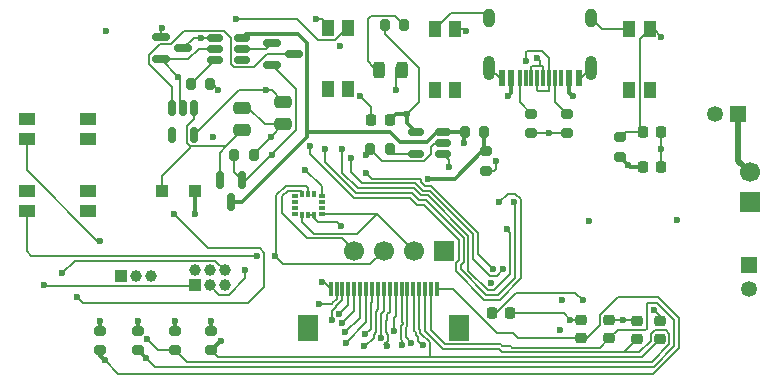
<source format=gbr>
%TF.GenerationSoftware,KiCad,Pcbnew,9.0.1*%
%TF.CreationDate,2025-11-02T10:59:12-06:00*%
%TF.ProjectId,OM-FlexGrid-Rigid-PCB,4f4d2d46-6c65-4784-9772-69642d526967,rev?*%
%TF.SameCoordinates,Original*%
%TF.FileFunction,Copper,L1,Top*%
%TF.FilePolarity,Positive*%
%FSLAX46Y46*%
G04 Gerber Fmt 4.6, Leading zero omitted, Abs format (unit mm)*
G04 Created by KiCad (PCBNEW 9.0.1) date 2025-11-02 10:59:12*
%MOMM*%
%LPD*%
G01*
G04 APERTURE LIST*
G04 Aperture macros list*
%AMRoundRect*
0 Rectangle with rounded corners*
0 $1 Rounding radius*
0 $2 $3 $4 $5 $6 $7 $8 $9 X,Y pos of 4 corners*
0 Add a 4 corners polygon primitive as box body*
4,1,4,$2,$3,$4,$5,$6,$7,$8,$9,$2,$3,0*
0 Add four circle primitives for the rounded corners*
1,1,$1+$1,$2,$3*
1,1,$1+$1,$4,$5*
1,1,$1+$1,$6,$7*
1,1,$1+$1,$8,$9*
0 Add four rect primitives between the rounded corners*
20,1,$1+$1,$2,$3,$4,$5,0*
20,1,$1+$1,$4,$5,$6,$7,0*
20,1,$1+$1,$6,$7,$8,$9,0*
20,1,$1+$1,$8,$9,$2,$3,0*%
G04 Aperture macros list end*
%TA.AperFunction,SMDPad,CuDef*%
%ADD10RoundRect,0.200000X-0.275000X0.200000X-0.275000X-0.200000X0.275000X-0.200000X0.275000X0.200000X0*%
%TD*%
%TA.AperFunction,SMDPad,CuDef*%
%ADD11RoundRect,0.250000X-0.300000X-0.300000X0.300000X-0.300000X0.300000X0.300000X-0.300000X0.300000X0*%
%TD*%
%TA.AperFunction,SMDPad,CuDef*%
%ADD12R,1.450000X1.000000*%
%TD*%
%TA.AperFunction,SMDPad,CuDef*%
%ADD13RoundRect,0.150000X-0.150000X0.512500X-0.150000X-0.512500X0.150000X-0.512500X0.150000X0.512500X0*%
%TD*%
%TA.AperFunction,SMDPad,CuDef*%
%ADD14RoundRect,0.200000X-0.200000X-0.275000X0.200000X-0.275000X0.200000X0.275000X-0.200000X0.275000X0*%
%TD*%
%TA.AperFunction,SMDPad,CuDef*%
%ADD15R,0.300000X1.300000*%
%TD*%
%TA.AperFunction,SMDPad,CuDef*%
%ADD16R,1.800000X2.200000*%
%TD*%
%TA.AperFunction,ComponentPad*%
%ADD17R,1.000000X1.000000*%
%TD*%
%TA.AperFunction,ComponentPad*%
%ADD18C,1.000000*%
%TD*%
%TA.AperFunction,SMDPad,CuDef*%
%ADD19RoundRect,0.225000X-0.225000X-0.250000X0.225000X-0.250000X0.225000X0.250000X-0.225000X0.250000X0*%
%TD*%
%TA.AperFunction,SMDPad,CuDef*%
%ADD20RoundRect,0.150000X-0.587500X-0.150000X0.587500X-0.150000X0.587500X0.150000X-0.587500X0.150000X0*%
%TD*%
%TA.AperFunction,SMDPad,CuDef*%
%ADD21RoundRect,0.200000X0.200000X0.275000X-0.200000X0.275000X-0.200000X-0.275000X0.200000X-0.275000X0*%
%TD*%
%TA.AperFunction,SMDPad,CuDef*%
%ADD22RoundRect,0.225000X-0.250000X0.225000X-0.250000X-0.225000X0.250000X-0.225000X0.250000X0.225000X0*%
%TD*%
%TA.AperFunction,ComponentPad*%
%ADD23R,1.350000X1.350000*%
%TD*%
%TA.AperFunction,ComponentPad*%
%ADD24C,1.350000*%
%TD*%
%TA.AperFunction,SMDPad,CuDef*%
%ADD25RoundRect,0.150000X-0.512500X-0.150000X0.512500X-0.150000X0.512500X0.150000X-0.512500X0.150000X0*%
%TD*%
%TA.AperFunction,SMDPad,CuDef*%
%ADD26R,1.000000X1.450000*%
%TD*%
%TA.AperFunction,SMDPad,CuDef*%
%ADD27RoundRect,0.150000X-0.150000X0.587500X-0.150000X-0.587500X0.150000X-0.587500X0.150000X0.587500X0*%
%TD*%
%TA.AperFunction,SMDPad,CuDef*%
%ADD28RoundRect,0.243750X0.243750X0.456250X-0.243750X0.456250X-0.243750X-0.456250X0.243750X-0.456250X0*%
%TD*%
%TA.AperFunction,ComponentPad*%
%ADD29R,1.700000X1.700000*%
%TD*%
%TA.AperFunction,ComponentPad*%
%ADD30C,1.700000*%
%TD*%
%TA.AperFunction,SMDPad,CuDef*%
%ADD31RoundRect,0.250000X-0.475000X0.250000X-0.475000X-0.250000X0.475000X-0.250000X0.475000X0.250000X0*%
%TD*%
%TA.AperFunction,SMDPad,CuDef*%
%ADD32RoundRect,0.150000X0.512500X0.150000X-0.512500X0.150000X-0.512500X-0.150000X0.512500X-0.150000X0*%
%TD*%
%TA.AperFunction,SMDPad,CuDef*%
%ADD33R,0.600000X0.300000*%
%TD*%
%TA.AperFunction,SMDPad,CuDef*%
%ADD34R,0.300000X0.600000*%
%TD*%
%TA.AperFunction,SMDPad,CuDef*%
%ADD35R,0.600000X1.450000*%
%TD*%
%TA.AperFunction,SMDPad,CuDef*%
%ADD36R,0.300000X1.450000*%
%TD*%
%TA.AperFunction,HeatsinkPad*%
%ADD37O,1.000000X2.100000*%
%TD*%
%TA.AperFunction,HeatsinkPad*%
%ADD38O,1.000000X1.600000*%
%TD*%
%TA.AperFunction,SMDPad,CuDef*%
%ADD39RoundRect,0.225000X0.225000X0.250000X-0.225000X0.250000X-0.225000X-0.250000X0.225000X-0.250000X0*%
%TD*%
%TA.AperFunction,SMDPad,CuDef*%
%ADD40RoundRect,0.250000X0.475000X-0.250000X0.475000X0.250000X-0.475000X0.250000X-0.475000X-0.250000X0*%
%TD*%
%TA.AperFunction,SMDPad,CuDef*%
%ADD41RoundRect,0.200000X0.275000X-0.200000X0.275000X0.200000X-0.275000X0.200000X-0.275000X-0.200000X0*%
%TD*%
%TA.AperFunction,ViaPad*%
%ADD42C,0.600000*%
%TD*%
%TA.AperFunction,Conductor*%
%ADD43C,0.200000*%
%TD*%
%TA.AperFunction,Conductor*%
%ADD44C,0.350000*%
%TD*%
%TA.AperFunction,Conductor*%
%ADD45C,0.500000*%
%TD*%
G04 APERTURE END LIST*
D10*
%TO.P,R14,1*%
%TO.N,GND*%
X163700000Y-126350000D03*
%TO.P,R14,2*%
%TO.N,ROW_2*%
X163700000Y-128000000D03*
%TD*%
D11*
%TO.P,D1,1,K*%
%TO.N,VIN*%
X165700000Y-114500000D03*
%TO.P,D1,2,A*%
%TO.N,VBUS*%
X168500000Y-114500000D03*
%TD*%
D12*
%TO.P,SELECT1,1,1*%
%TO.N,SELECT*%
X154300000Y-116250000D03*
%TO.P,SELECT1,2,2*%
%TO.N,GND*%
X154300000Y-114550000D03*
%TO.P,SELECT1,3*%
%TO.N,N/C*%
X159450000Y-116250000D03*
%TO.P,SELECT1,4*%
X159450000Y-114550000D03*
%TD*%
D13*
%TO.P,U3,1,IN*%
%TO.N,VIN*%
X168450000Y-107500000D03*
%TO.P,U3,2,GND*%
%TO.N,GND*%
X167500000Y-107500000D03*
%TO.P,U3,3,EN*%
%TO.N,Net-(U3-EN)*%
X166550000Y-107500000D03*
%TO.P,U3,4,NC*%
%TO.N,unconnected-(U3-NC-Pad4)*%
X166550000Y-109775000D03*
%TO.P,U3,5,OUT*%
%TO.N,+3V3*%
X168450000Y-109775000D03*
%TD*%
D12*
%TO.P,MENU1,1,1*%
%TO.N,MENU*%
X154300000Y-110100000D03*
%TO.P,MENU1,2,2*%
%TO.N,GND*%
X154300000Y-108400000D03*
%TO.P,MENU1,3*%
%TO.N,N/C*%
X159450000Y-110100000D03*
%TO.P,MENU1,4*%
X159450000Y-108400000D03*
%TD*%
D14*
%TO.P,R5,1*%
%TO.N,VBUS*%
X184600000Y-100500000D03*
%TO.P,R5,2*%
%TO.N,Net-(D2-A)*%
X186250000Y-100500000D03*
%TD*%
D15*
%TO.P,J3,1,Pin_1*%
%TO.N,COL_0*%
X180000000Y-122850000D03*
%TO.P,J3,2,Pin_2*%
%TO.N,COL_1*%
X180500000Y-122850000D03*
%TO.P,J3,3,Pin_3*%
%TO.N,COL_2*%
X181000000Y-122850000D03*
%TO.P,J3,4,Pin_4*%
%TO.N,COL_3*%
X181500000Y-122850000D03*
%TO.P,J3,5,Pin_5*%
%TO.N,COL_4*%
X182000000Y-122850000D03*
%TO.P,J3,6,Pin_6*%
%TO.N,COL_5*%
X182500000Y-122850000D03*
%TO.P,J3,7,Pin_7*%
%TO.N,COL_6*%
X183000000Y-122850000D03*
%TO.P,J3,8,Pin_8*%
%TO.N,COL_7*%
X183500000Y-122850000D03*
%TO.P,J3,9,Pin_9*%
%TO.N,COL_8*%
X184000000Y-122850000D03*
%TO.P,J3,10,Pin_10*%
%TO.N,COL_9*%
X184500000Y-122850000D03*
%TO.P,J3,11,Pin_11*%
%TO.N,COL_10*%
X185000000Y-122850000D03*
%TO.P,J3,12,Pin_12*%
%TO.N,COL_11*%
X185500000Y-122850000D03*
%TO.P,J3,13,Pin_13*%
%TO.N,COL_12*%
X186000000Y-122850000D03*
%TO.P,J3,14,Pin_14*%
%TO.N,COL_13*%
X186500000Y-122850000D03*
%TO.P,J3,15,Pin_15*%
%TO.N,COL_14*%
X187000000Y-122850000D03*
%TO.P,J3,16,Pin_16*%
%TO.N,ROW_0*%
X187500000Y-122850000D03*
%TO.P,J3,17,Pin_17*%
%TO.N,ROW_1*%
X188000000Y-122850000D03*
%TO.P,J3,18,Pin_18*%
%TO.N,ROW_2*%
X188500000Y-122850000D03*
%TO.P,J3,19,Pin_19*%
%TO.N,ROW_3*%
X189000000Y-122850000D03*
D16*
%TO.P,J3,MP*%
%TO.N,N/C*%
X178100000Y-126100000D03*
X190900000Y-126100000D03*
%TD*%
D17*
%TO.P,J1,1,Pin_1*%
%TO.N,GP41*%
X168480000Y-122500000D03*
D18*
%TO.P,J1,2,Pin_2*%
%TO.N,SPI_MOSI*%
X168480000Y-121230000D03*
%TO.P,J1,3,Pin_3*%
%TO.N,SPI_SCK*%
X169750000Y-122500000D03*
%TO.P,J1,4,Pin_4*%
%TO.N,SPI_MISO*%
X169750000Y-121230000D03*
%TO.P,J1,5,Pin_5*%
%TO.N,CS*%
X171020000Y-122500000D03*
%TO.P,J1,6,Pin_6*%
%TO.N,GP40*%
X171020000Y-121230000D03*
%TD*%
D19*
%TO.P,C11,1*%
%TO.N,+3V3*%
X193650000Y-124900000D03*
%TO.P,C11,2*%
%TO.N,GND*%
X195200000Y-124900000D03*
%TD*%
D10*
%TO.P,R2,1*%
%TO.N,Net-(J4-CC1)*%
X200000000Y-108000000D03*
%TO.P,R2,2*%
%TO.N,GND*%
X200000000Y-109650000D03*
%TD*%
D20*
%TO.P,Q3,1,G*%
%TO.N,PWR_OFF*%
X165625000Y-101500000D03*
%TO.P,Q3,2,S*%
%TO.N,GND*%
X165625000Y-103400000D03*
%TO.P,Q3,3,D*%
%TO.N,Net-(MAX1-In)*%
X167500000Y-102450000D03*
%TD*%
D21*
%TO.P,R4,1*%
%TO.N,Net-(U4-PROG)*%
X185000000Y-111000000D03*
%TO.P,R4,2*%
%TO.N,GND*%
X183350000Y-111000000D03*
%TD*%
D22*
%TO.P,C15,1*%
%TO.N,GND*%
X201200000Y-125450000D03*
%TO.P,C15,2*%
%TO.N,ROW_3*%
X201200000Y-127000000D03*
%TD*%
D23*
%TO.P,J7,1,Pin_1*%
%TO.N,GND*%
X215450000Y-120800000D03*
D24*
%TO.P,J7,2,Pin_2*%
%TO.N,+3V3*%
X215450000Y-122800000D03*
%TD*%
D25*
%TO.P,MAX1,1,In*%
%TO.N,Net-(MAX1-In)*%
X170225000Y-101550000D03*
%TO.P,MAX1,2,GND*%
%TO.N,GND*%
X170225000Y-102500000D03*
%TO.P,MAX1,3,CLEAR*%
%TO.N,Net-(MAX1-CLEAR)*%
X170225000Y-103450000D03*
%TO.P,MAX1,4,OU*%
%TO.N,unconnected-(MAX1-OU-Pad4)*%
X172500000Y-103450000D03*
%TO.P,MAX1,5,OUT*%
%TO.N,LDO_EN*%
X172500000Y-102500000D03*
%TO.P,MAX1,6,Vcc*%
%TO.N,VBAT*%
X172500000Y-101550000D03*
%TD*%
D26*
%TO.P,BOOT1,1,1*%
%TO.N,GND*%
X205300000Y-100850000D03*
%TO.P,BOOT1,2,2*%
%TO.N,EN*%
X207000000Y-100850000D03*
%TO.P,BOOT1,3*%
%TO.N,N/C*%
X205300000Y-106000000D03*
%TO.P,BOOT1,4*%
X207000000Y-106000000D03*
%TD*%
D27*
%TO.P,Q2,1,G*%
%TO.N,VBUS*%
X172500000Y-113600000D03*
%TO.P,Q2,2,S*%
%TO.N,VIN*%
X170600000Y-113600000D03*
%TO.P,Q2,3,D*%
%TO.N,VBAT*%
X171550000Y-115475000D03*
%TD*%
D10*
%TO.P,R1,1*%
%TO.N,Net-(J4-CC2)*%
X197000000Y-108000000D03*
%TO.P,R1,2*%
%TO.N,GND*%
X197000000Y-109650000D03*
%TD*%
D26*
%TO.P,SW_PWR1,1,1*%
%TO.N,GND*%
X179750000Y-100750000D03*
%TO.P,SW_PWR1,2,2*%
%TO.N,Net-(MAX1-In)*%
X181450000Y-100750000D03*
%TO.P,SW_PWR1,3*%
%TO.N,N/C*%
X179750000Y-105900000D03*
%TO.P,SW_PWR1,4*%
X181450000Y-105900000D03*
%TD*%
D19*
%TO.P,C10,1*%
%TO.N,+3V3*%
X206450000Y-112500000D03*
%TO.P,C10,2*%
%TO.N,GND*%
X208000000Y-112500000D03*
%TD*%
D28*
%TO.P,D2,1,K*%
%TO.N,Net-(D2-K)*%
X186000000Y-104250000D03*
%TO.P,D2,2,A*%
%TO.N,Net-(D2-A)*%
X184125000Y-104250000D03*
%TD*%
D22*
%TO.P,C14,1*%
%TO.N,GND*%
X203600000Y-125450000D03*
%TO.P,C14,2*%
%TO.N,ROW_2*%
X203600000Y-127000000D03*
%TD*%
D10*
%TO.P,R8,1*%
%TO.N,ADC_BAT*%
X193175000Y-111175000D03*
%TO.P,R8,2*%
%TO.N,GND*%
X193175000Y-112825000D03*
%TD*%
D22*
%TO.P,C12,1*%
%TO.N,GND*%
X207900000Y-125500000D03*
%TO.P,C12,2*%
%TO.N,ROW_0*%
X207900000Y-127050000D03*
%TD*%
D19*
%TO.P,C8,1*%
%TO.N,GND*%
X183450000Y-108500000D03*
%TO.P,C8,2*%
%TO.N,VBUS*%
X185000000Y-108500000D03*
%TD*%
D29*
%TO.P,J2,1,Pin_1*%
%TO.N,GND*%
X215500000Y-115500000D03*
D30*
%TO.P,J2,2,Pin_2*%
%TO.N,VBAT*%
X215500000Y-112960000D03*
%TD*%
D14*
%TO.P,R3,1*%
%TO.N,Net-(MAX1-CLEAR)*%
X168175000Y-105500000D03*
%TO.P,R3,2*%
%TO.N,GND*%
X169825000Y-105500000D03*
%TD*%
D31*
%TO.P,C7,1*%
%TO.N,+3V3*%
X176000000Y-107000000D03*
%TO.P,C7,2*%
%TO.N,GND*%
X176000000Y-108900000D03*
%TD*%
D29*
%TO.P,SCRN1,1,Pin_1*%
%TO.N,GND*%
X189600000Y-119600000D03*
D30*
%TO.P,SCRN1,2,Pin_2*%
%TO.N,+3V3*%
X187060000Y-119600000D03*
%TO.P,SCRN1,3,Pin_3*%
%TO.N,SCL*%
X184520000Y-119600000D03*
%TO.P,SCRN1,4,Pin_4*%
%TO.N,SDA*%
X181980000Y-119600000D03*
%TD*%
D32*
%TO.P,U4,1,~{CHRG}*%
%TO.N,Net-(D2-K)*%
X189500000Y-111400000D03*
%TO.P,U4,2,GND*%
%TO.N,GND*%
X189500000Y-110450000D03*
%TO.P,U4,3,BAT*%
%TO.N,VBAT*%
X189500000Y-109500000D03*
%TO.P,U4,4,V_{CC}*%
%TO.N,VBUS*%
X187225000Y-109500000D03*
%TO.P,U4,5,PROG*%
%TO.N,Net-(U4-PROG)*%
X187225000Y-111400000D03*
%TD*%
D26*
%TO.P,SW_RST1,1,1*%
%TO.N,GND*%
X188800000Y-100850000D03*
%TO.P,SW_RST1,2,2*%
%TO.N,100*%
X190500000Y-100850000D03*
%TO.P,SW_RST1,3*%
%TO.N,N/C*%
X188800000Y-106000000D03*
%TO.P,SW_RST1,4*%
X190500000Y-106000000D03*
%TD*%
D33*
%TO.P,IC1,1,SDO/AD0*%
%TO.N,unconnected-(IC1-SDO{slash}AD0-Pad1)*%
X176950000Y-114950000D03*
%TO.P,IC1,2,RESV1*%
%TO.N,unconnected-(IC1-RESV1-Pad2)*%
X176950000Y-115450000D03*
%TO.P,IC1,3,RESV2*%
%TO.N,unconnected-(IC1-RESV2-Pad3)*%
X176950000Y-115950000D03*
%TO.P,IC1,4,INT1/INT*%
%TO.N,unconnected-(IC1-INT1{slash}INT-Pad4)*%
X176950000Y-116450000D03*
D34*
%TO.P,IC1,5,VDDIO*%
%TO.N,+3V3*%
X177600000Y-116600000D03*
%TO.P,IC1,6,GND*%
%TO.N,GND*%
X178100000Y-116600000D03*
%TO.P,IC1,7,RESV_3*%
X178600000Y-116600000D03*
D33*
%TO.P,IC1,8,VDD*%
%TO.N,+3V3*%
X179250000Y-116450000D03*
%TO.P,IC1,9,INT2/FSYNC/CLKIN*%
%TO.N,unconnected-(IC1-INT2{slash}FSYNC{slash}CLKIN-Pad9)*%
X179250000Y-115950000D03*
%TO.P,IC1,10,RESV_4*%
%TO.N,unconnected-(IC1-RESV_4-Pad10)*%
X179250000Y-115450000D03*
%TO.P,IC1,11,RESV_5*%
%TO.N,GND*%
X179250000Y-114950000D03*
D34*
%TO.P,IC1,12,AP_CS*%
%TO.N,unconnected-(IC1-AP_CS-Pad12)*%
X178600000Y-114800000D03*
%TO.P,IC1,13,SCL/SCLK*%
%TO.N,SCL*%
X178100000Y-114800000D03*
%TO.P,IC1,14,SDA/SDIO/ASDI*%
%TO.N,SDA*%
X177600000Y-114800000D03*
%TD*%
D35*
%TO.P,J4,A1,GND*%
%TO.N,GND*%
X201000000Y-105000000D03*
%TO.P,J4,A4,VBUS*%
%TO.N,VBUS*%
X200200000Y-105000000D03*
D36*
%TO.P,J4,A5,CC1*%
%TO.N,Net-(J4-CC1)*%
X199000000Y-105000000D03*
%TO.P,J4,A6,D+*%
%TO.N,D+*%
X198000000Y-105000000D03*
%TO.P,J4,A7,D-*%
%TO.N,D-*%
X197500000Y-105000000D03*
%TO.P,J4,A8,SBU1*%
%TO.N,unconnected-(J4-SBU1-PadA8)*%
X196500000Y-105000000D03*
D35*
%TO.P,J4,A9,VBUS*%
%TO.N,VBUS*%
X195300000Y-105000000D03*
%TO.P,J4,A12,GND*%
%TO.N,GND*%
X194500000Y-105000000D03*
%TO.P,J4,B1,GND*%
X194500000Y-105000000D03*
%TO.P,J4,B4,VBUS*%
%TO.N,VBUS*%
X195300000Y-105000000D03*
D36*
%TO.P,J4,B5,CC2*%
%TO.N,Net-(J4-CC2)*%
X196000000Y-105000000D03*
%TO.P,J4,B6,D+*%
%TO.N,D+*%
X197000000Y-105000000D03*
%TO.P,J4,B7,D-*%
%TO.N,D-*%
X198500000Y-105000000D03*
%TO.P,J4,B8,SBU2*%
%TO.N,unconnected-(J4-SBU2-PadB8)*%
X199500000Y-105000000D03*
D35*
%TO.P,J4,B9,VBUS*%
%TO.N,VBUS*%
X200200000Y-105000000D03*
%TO.P,J4,B12,GND*%
%TO.N,GND*%
X201000000Y-105000000D03*
D37*
%TO.P,J4,S1,SHIELD*%
X202070000Y-104085000D03*
D38*
X202070000Y-99905000D03*
D37*
X193430000Y-104085000D03*
D38*
X193430000Y-99905000D03*
%TD*%
D39*
%TO.P,C5,1*%
%TO.N,GND*%
X208000000Y-109500000D03*
%TO.P,C5,2*%
%TO.N,EN*%
X206450000Y-109500000D03*
%TD*%
D14*
%TO.P,R7,1*%
%TO.N,VBAT*%
X191350000Y-109500000D03*
%TO.P,R7,2*%
%TO.N,ADC_BAT*%
X193000000Y-109500000D03*
%TD*%
D40*
%TO.P,C6,1*%
%TO.N,VIN*%
X172500000Y-109400000D03*
%TO.P,C6,2*%
%TO.N,GND*%
X172500000Y-107500000D03*
%TD*%
D10*
%TO.P,R15,1*%
%TO.N,GND*%
X160500000Y-126350000D03*
%TO.P,R15,2*%
%TO.N,ROW_3*%
X160500000Y-128000000D03*
%TD*%
%TO.P,R12,1*%
%TO.N,GND*%
X169900000Y-126350000D03*
%TO.P,R12,2*%
%TO.N,ROW_0*%
X169900000Y-128000000D03*
%TD*%
D41*
%TO.P,R6,1*%
%TO.N,+3V3*%
X204500000Y-111650000D03*
%TO.P,R6,2*%
%TO.N,EN*%
X204500000Y-110000000D03*
%TD*%
D10*
%TO.P,R13,1*%
%TO.N,GND*%
X166800000Y-126350000D03*
%TO.P,R13,2*%
%TO.N,ROW_1*%
X166800000Y-128000000D03*
%TD*%
D20*
%TO.P,D3,1*%
%TO.N,LDO_EN*%
X175000000Y-102000000D03*
%TO.P,D3,2*%
%TO.N,VBUS*%
X175000000Y-103900000D03*
%TO.P,D3,3*%
%TO.N,Net-(U3-EN)*%
X176875000Y-102950000D03*
%TD*%
D14*
%TO.P,R9,1*%
%TO.N,VBUS*%
X171850000Y-111500000D03*
%TO.P,R9,2*%
%TO.N,GND*%
X173500000Y-111500000D03*
%TD*%
D17*
%TO.P,J6,1,Pin_1*%
%TO.N,GND*%
X162230000Y-121750000D03*
D18*
%TO.P,J6,2,Pin_2*%
%TO.N,RX*%
X163500000Y-121750000D03*
%TO.P,J6,3,Pin_3*%
%TO.N,TX*%
X164770000Y-121750000D03*
%TD*%
D22*
%TO.P,C13,1*%
%TO.N,GND*%
X205950000Y-125500000D03*
%TO.P,C13,2*%
%TO.N,ROW_1*%
X205950000Y-127050000D03*
%TD*%
D23*
%TO.P,J5,1,Pin_1*%
%TO.N,VBAT*%
X214500000Y-108000000D03*
D24*
%TO.P,J5,2,Pin_2*%
%TO.N,MotorGND*%
X212500000Y-108000000D03*
%TD*%
D42*
%TO.N,GND*%
X198500000Y-109650000D03*
X209350000Y-117000000D03*
X161000000Y-101000000D03*
X183000000Y-111500000D03*
X154300000Y-114550000D03*
X169900000Y-125500000D03*
X207375000Y-124625000D03*
X204750000Y-125450000D03*
X174950000Y-109950000D03*
X154300000Y-108400000D03*
X182500000Y-106500000D03*
X180850000Y-117499000D03*
X170500000Y-106000000D03*
X193575000Y-122325000D03*
X163700000Y-125500000D03*
X166800000Y-125500000D03*
X200299435Y-125449435D03*
X170040000Y-109960000D03*
X194000000Y-112000000D03*
X167112500Y-104887500D03*
X178750000Y-100000000D03*
X160500000Y-125500000D03*
X177850000Y-112750000D03*
X208000000Y-111000000D03*
%TO.N,EN*%
X208000000Y-101500000D03*
%TO.N,+3V3*%
X205175000Y-112325000D03*
X201324464Y-123774464D03*
X180750000Y-102250000D03*
X201850000Y-117050000D03*
X174500000Y-106000000D03*
%TO.N,VBUS*%
X168500000Y-116500000D03*
X186500000Y-108000000D03*
X175000000Y-111500000D03*
X200500000Y-106500000D03*
X195000000Y-106500000D03*
%TO.N,Net-(D2-K)*%
X190000000Y-112500000D03*
X185500000Y-106000000D03*
%TO.N,GP40*%
X157250000Y-121500000D03*
%TO.N,SCL*%
X175250000Y-120000000D03*
%TO.N,GP41*%
X155750000Y-122500000D03*
%TO.N,ROW_3*%
X160875000Y-128875000D03*
X166750000Y-116500000D03*
X158500000Y-123500000D03*
%TO.N,COL_11*%
X185339243Y-126350000D03*
%TO.N,COL_9*%
X184250000Y-126950000D03*
%TO.N,COL_0*%
X179250000Y-122250000D03*
%TO.N,COL_2*%
X180080832Y-125456592D03*
%TO.N,COL_4*%
X181000000Y-125700000D03*
%TO.N,COL_1*%
X179000000Y-124100000D03*
%TO.N,COL_13*%
X186820091Y-127403969D03*
%TO.N,ROW_1*%
X164450057Y-127100000D03*
%TO.N,COL_6*%
X181275000Y-127375000D03*
X199610700Y-123750329D03*
%TO.N,COL_10*%
X184750000Y-127700000D03*
%TO.N,COL_5*%
X181250000Y-126500000D03*
%TO.N,COL_8*%
X182850000Y-127700000D03*
%TO.N,ROW_2*%
X164350000Y-128650000D03*
%TO.N,ROW_0*%
X170700000Y-127200000D03*
%TO.N,COL_12*%
X186031654Y-127539509D03*
%TO.N,COL_7*%
X182925000Y-126675000D03*
X199400000Y-126300000D03*
%TO.N,COL_3*%
X180700000Y-124950000D03*
%TO.N,COL_14*%
X187800000Y-127602000D03*
%TO.N,D-*%
X196500000Y-103500000D03*
%TO.N,D+*%
X197500000Y-103250000D03*
%TO.N,SPI_SCK*%
X172750000Y-121250000D03*
%TO.N,ADC_BAT*%
X188250000Y-113500000D03*
%TO.N,Net-(MAX1-In)*%
X172000000Y-100000000D03*
X169000000Y-101550000D03*
%TO.N,VBAT*%
X191250000Y-110500000D03*
%TO.N,PWR_OFF*%
X165750000Y-100750000D03*
%TO.N,S3*%
X194250000Y-115500000D03*
X178250000Y-110750000D03*
%TO.N,GP16_E*%
X179500000Y-111000000D03*
X195550000Y-115500000D03*
%TO.N,S0*%
X193750000Y-121100000D03*
X183000000Y-113000000D03*
%TO.N,S2*%
X181000000Y-111000000D03*
X194900000Y-117750000D03*
%TO.N,S1*%
X194625000Y-121125000D03*
X181750000Y-111750000D03*
%TO.N,MENU*%
X160500000Y-118750000D03*
%TO.N,100*%
X191500000Y-101000000D03*
%TO.N,SELECT*%
X173750000Y-120000000D03*
%TD*%
D43*
%TO.N,GND*%
X204750000Y-125450000D02*
X205900000Y-125450000D01*
X174400000Y-108900000D02*
X176000000Y-108900000D01*
X188500000Y-110787501D02*
X188500000Y-111429468D01*
X188500000Y-111429468D02*
X187928468Y-112001000D01*
X184351000Y-112001000D02*
X183350000Y-111000000D01*
X183350000Y-111000000D02*
X183000000Y-111350000D01*
X180501000Y-117150000D02*
X178898000Y-117150000D01*
X188837501Y-110450000D02*
X188500000Y-110787501D01*
X173500000Y-111500000D02*
X173500000Y-111400000D01*
D44*
X166800000Y-126350000D02*
X166800000Y-125500000D01*
D43*
X207900000Y-125150000D02*
X207375000Y-124625000D01*
X170225000Y-102500000D02*
X168829468Y-102500000D01*
D44*
X160500000Y-126350000D02*
X160500000Y-125500000D01*
D43*
X168829468Y-102500000D02*
X167929468Y-103400000D01*
X183450000Y-107450000D02*
X182500000Y-106500000D01*
X167929468Y-103400000D02*
X165625000Y-103400000D01*
X194000000Y-112000000D02*
X194000000Y-112650000D01*
X200299435Y-125449435D02*
X200300000Y-125450000D01*
X183000000Y-111350000D02*
X183000000Y-111500000D01*
X167250000Y-107250000D02*
X167250000Y-105025000D01*
X201000000Y-105000000D02*
X201155000Y-105000000D01*
D44*
X163700000Y-126350000D02*
X163700000Y-125500000D01*
D43*
X188800000Y-100850000D02*
X190150000Y-99500000D01*
X194000000Y-112650000D02*
X193825000Y-112825000D01*
X193025000Y-99500000D02*
X193430000Y-99905000D01*
X167500000Y-107500000D02*
X167250000Y-107250000D01*
X208000000Y-109500000D02*
X208000000Y-111000000D01*
X195200000Y-124900000D02*
X199750000Y-124900000D01*
X167112500Y-104887500D02*
X165625000Y-103400000D01*
X208000000Y-111000000D02*
X208000000Y-112500000D01*
X194500000Y-105000000D02*
X194345000Y-105000000D01*
X178600000Y-116852000D02*
X178600000Y-116600000D01*
X194345000Y-105000000D02*
X193430000Y-104085000D01*
X198500000Y-109650000D02*
X197000000Y-109650000D01*
X201155000Y-105000000D02*
X202070000Y-104085000D01*
X178898000Y-117150000D02*
X178600000Y-116852000D01*
X199750000Y-124900000D02*
X200299435Y-125449435D01*
X193825000Y-112825000D02*
X193175000Y-112825000D01*
X200300000Y-125450000D02*
X201200000Y-125450000D01*
X178750000Y-100000000D02*
X179250000Y-100000000D01*
X179250000Y-114150000D02*
X177850000Y-112750000D01*
X178600000Y-116600000D02*
X178100000Y-116600000D01*
D44*
X169900000Y-126350000D02*
X169900000Y-125500000D01*
D43*
X189500000Y-110450000D02*
X188837501Y-110450000D01*
X179250000Y-114950000D02*
X179250000Y-114150000D01*
X169825000Y-105500000D02*
X170000000Y-105500000D01*
X180850000Y-117499000D02*
X180501000Y-117150000D01*
X190150000Y-99500000D02*
X193025000Y-99500000D01*
X173500000Y-111400000D02*
X174950000Y-109950000D01*
X173000000Y-107500000D02*
X174400000Y-108900000D01*
X200000000Y-109650000D02*
X198500000Y-109650000D01*
X207900000Y-125500000D02*
X207900000Y-125150000D01*
X203015000Y-100850000D02*
X202070000Y-99905000D01*
X179250000Y-100000000D02*
X179750000Y-100500000D01*
X174950000Y-109950000D02*
X176000000Y-108900000D01*
X205300000Y-100850000D02*
X203015000Y-100850000D01*
X167250000Y-105025000D02*
X167112500Y-104887500D01*
X203600000Y-125450000D02*
X204750000Y-125450000D01*
X187928468Y-112001000D02*
X184351000Y-112001000D01*
X170000000Y-105500000D02*
X170500000Y-106000000D01*
X183450000Y-108500000D02*
X183450000Y-107450000D01*
X205900000Y-125450000D02*
X205950000Y-125500000D01*
X172500000Y-107500000D02*
X173000000Y-107500000D01*
%TO.N,EN*%
X206450000Y-109500000D02*
X205000000Y-109500000D01*
X205000000Y-109500000D02*
X204500000Y-110000000D01*
X207000000Y-100850000D02*
X206199000Y-101651000D01*
X206199000Y-101651000D02*
X206199000Y-109249000D01*
X207000000Y-100850000D02*
X207350000Y-100850000D01*
X206199000Y-109249000D02*
X206450000Y-109500000D01*
X207350000Y-100850000D02*
X208000000Y-101500000D01*
%TO.N,VIN*%
X171161500Y-110738500D02*
X170600000Y-111300000D01*
X168109032Y-110738500D02*
X168109032Y-110890968D01*
X171161500Y-110738500D02*
X172500000Y-109400000D01*
X168109032Y-110890968D02*
X165700000Y-113300000D01*
X168450000Y-108470532D02*
X167849000Y-109071532D01*
X168109032Y-110738500D02*
X171161500Y-110738500D01*
X168450000Y-107500000D02*
X168450000Y-108470532D01*
X170600000Y-111300000D02*
X170600000Y-113600000D01*
X167849000Y-109071532D02*
X167849000Y-110478468D01*
X165700000Y-113300000D02*
X165700000Y-114500000D01*
X167849000Y-110478468D02*
X168109032Y-110738500D01*
%TO.N,+3V3*%
X187060000Y-119600000D02*
X183910000Y-116450000D01*
X176000000Y-107000000D02*
X175000000Y-106000000D01*
X183910000Y-116450000D02*
X180550000Y-116450000D01*
X180550000Y-116450000D02*
X179250000Y-116450000D01*
X193974890Y-124900000D02*
X195725561Y-123149329D01*
D44*
X205175000Y-112325000D02*
X204500000Y-111650000D01*
D43*
X182211000Y-118149000D02*
X183910000Y-116450000D01*
X195725561Y-123149329D02*
X200699329Y-123149329D01*
X174500000Y-106000000D02*
X172225000Y-106000000D01*
X172225000Y-106000000D02*
X168450000Y-109775000D01*
X178597000Y-118149000D02*
X182211000Y-118149000D01*
X193650000Y-124900000D02*
X193974890Y-124900000D01*
X177600000Y-116600000D02*
X177600000Y-117152000D01*
D44*
X205350000Y-112500000D02*
X205175000Y-112325000D01*
D43*
X200699329Y-123149329D02*
X201324464Y-123774464D01*
D44*
X206450000Y-112500000D02*
X205350000Y-112500000D01*
D43*
X175000000Y-106000000D02*
X174500000Y-106000000D01*
X177600000Y-117152000D02*
X178597000Y-118149000D01*
%TO.N,VBUS*%
X187500000Y-107000000D02*
X186500000Y-108000000D01*
X171850000Y-111500000D02*
X171850000Y-112950000D01*
D44*
X186500000Y-108000000D02*
X185500000Y-108000000D01*
D43*
X184600000Y-100500000D02*
X184600000Y-101250000D01*
X172811160Y-113600000D02*
X172500000Y-113600000D01*
X177026000Y-109385160D02*
X172811160Y-113600000D01*
D44*
X186500000Y-108775000D02*
X187225000Y-109500000D01*
X195300000Y-105000000D02*
X195300000Y-106200000D01*
D43*
X187500000Y-104150000D02*
X187500000Y-107000000D01*
X184600000Y-101250000D02*
X187500000Y-104150000D01*
D44*
X195300000Y-106200000D02*
X195000000Y-106500000D01*
X200200000Y-105000000D02*
X200200000Y-106200000D01*
D43*
X177026000Y-105926000D02*
X177026000Y-109385160D01*
D44*
X200200000Y-106200000D02*
X200500000Y-106500000D01*
X168500000Y-116500000D02*
X168500000Y-114500000D01*
D43*
X175000000Y-103900000D02*
X177026000Y-105926000D01*
X171850000Y-112950000D02*
X172500000Y-113600000D01*
D44*
X186500000Y-108000000D02*
X186500000Y-108775000D01*
X185500000Y-108000000D02*
X185000000Y-108500000D01*
D43*
%TO.N,Net-(D2-K)*%
X185500000Y-106000000D02*
X185500000Y-104000000D01*
X189500000Y-111400000D02*
X190000000Y-111900000D01*
X190000000Y-111900000D02*
X190000000Y-112500000D01*
%TO.N,Net-(D2-A)*%
X183149000Y-103524000D02*
X183625000Y-104000000D01*
X186250000Y-100500000D02*
X185474000Y-99724000D01*
X183436936Y-99724000D02*
X183149000Y-100011936D01*
X183149000Y-100011936D02*
X183149000Y-103524000D01*
X185474000Y-99724000D02*
X183436936Y-99724000D01*
%TO.N,Net-(U3-EN)*%
X166461500Y-102109032D02*
X167621532Y-100949000D01*
X167621532Y-100949000D02*
X170928468Y-100949000D01*
X171536500Y-101557032D02*
X171536500Y-103790968D01*
X170928468Y-100949000D02*
X171536500Y-101557032D01*
X164586500Y-103059032D02*
X165536500Y-102109032D01*
X165536500Y-102109032D02*
X166461500Y-102109032D01*
X166550000Y-105704468D02*
X164586500Y-103740968D01*
X173469532Y-104051000D02*
X174570532Y-102950000D01*
X174570532Y-102950000D02*
X176875000Y-102950000D01*
X171796532Y-104051000D02*
X173469532Y-104051000D01*
X164586500Y-103740968D02*
X164586500Y-103059032D01*
X171536500Y-103790968D02*
X171796532Y-104051000D01*
X166550000Y-107500000D02*
X166550000Y-105704468D01*
%TO.N,LDO_EN*%
X175000000Y-102000000D02*
X174500000Y-102500000D01*
X174500000Y-102500000D02*
X172500000Y-102500000D01*
%TO.N,GP40*%
X171020000Y-121230000D02*
X170219000Y-120429000D01*
X158321000Y-120429000D02*
X157250000Y-121500000D01*
X170219000Y-120429000D02*
X158321000Y-120429000D01*
%TO.N,SCL*%
X176182900Y-114098000D02*
X175400000Y-114880900D01*
X184520000Y-119600000D02*
X183369000Y-120751000D01*
X178100000Y-114248000D02*
X177950000Y-114098000D01*
X177950000Y-114098000D02*
X176182900Y-114098000D01*
X176001000Y-120751000D02*
X175250000Y-120000000D01*
X175400000Y-114880900D02*
X175400000Y-119850000D01*
X183369000Y-120751000D02*
X176001000Y-120751000D01*
X178100000Y-114800000D02*
X178100000Y-114248000D01*
X175400000Y-119850000D02*
X175250000Y-120000000D01*
X175250000Y-120000000D02*
X175250000Y-120187760D01*
%TO.N,GP41*%
X168480000Y-122500000D02*
X168429000Y-122551000D01*
X168429000Y-122551000D02*
X155801000Y-122551000D01*
X155801000Y-122551000D02*
X155750000Y-122500000D01*
%TO.N,SDA*%
X175850000Y-114998000D02*
X175850000Y-116402000D01*
X177600000Y-114548000D02*
X177551000Y-114499000D01*
X176349000Y-114499000D02*
X175850000Y-114998000D01*
X175850000Y-116402000D02*
X177998000Y-118550000D01*
X180930000Y-118550000D02*
X181980000Y-119600000D01*
X177600000Y-114800000D02*
X177600000Y-114548000D01*
X177551000Y-114499000D02*
X176349000Y-114499000D01*
X177998000Y-118550000D02*
X180930000Y-118550000D01*
%TO.N,ROW_3*%
X174351000Y-122649000D02*
X173000000Y-124000000D01*
X204324890Y-123500000D02*
X207692210Y-123500000D01*
X195410000Y-126550000D02*
X194074890Y-126550000D01*
X169649000Y-119399000D02*
X173998943Y-119399000D01*
X207309310Y-130000000D02*
X162000000Y-130000000D01*
D44*
X160500000Y-128500000D02*
X160500000Y-128000000D01*
D43*
X195860000Y-127000000D02*
X201723110Y-127000000D01*
X194074890Y-126550000D02*
X190374890Y-122850000D01*
D44*
X160875000Y-128875000D02*
X160500000Y-128500000D01*
D43*
X173000000Y-124000000D02*
X159000000Y-124000000D01*
X201723110Y-127000000D02*
X202824000Y-125899110D01*
X207692210Y-123500000D02*
X209478000Y-125285790D01*
X209478000Y-127831310D02*
X207309310Y-130000000D01*
X195860000Y-127000000D02*
X195410000Y-126550000D01*
X162000000Y-130000000D02*
X160875000Y-128875000D01*
X195860000Y-127000000D02*
X201200000Y-127000000D01*
X174351000Y-119751057D02*
X174351000Y-122649000D01*
X159000000Y-124000000D02*
X158500000Y-123500000D01*
X202824000Y-125000890D02*
X204324890Y-123500000D01*
X202824000Y-125899110D02*
X202824000Y-125000890D01*
X190374890Y-122850000D02*
X189000000Y-122850000D01*
X166750000Y-116500000D02*
X169649000Y-119399000D01*
X173998943Y-119399000D02*
X174351000Y-119751057D01*
X209478000Y-125285790D02*
X209478000Y-127831310D01*
%TO.N,COL_11*%
X185400000Y-126289243D02*
X185400000Y-125300000D01*
X185339243Y-126350000D02*
X185339243Y-125260757D01*
X185339243Y-126350000D02*
X185400000Y-126289243D01*
X185500000Y-125100000D02*
X185500000Y-122850000D01*
X185339243Y-125260757D02*
X185500000Y-125100000D01*
%TO.N,COL_9*%
X184500000Y-124682900D02*
X184500000Y-122850000D01*
X184250000Y-126950000D02*
X184250000Y-124932900D01*
X184250000Y-126950000D02*
X184250000Y-126200000D01*
X184250000Y-124932900D02*
X184500000Y-124682900D01*
%TO.N,COL_0*%
X179250000Y-122250000D02*
X179400000Y-122250000D01*
X179400000Y-122250000D02*
X180000000Y-122850000D01*
%TO.N,COL_2*%
X180452000Y-124349000D02*
X180452000Y-124300000D01*
X181000000Y-123752000D02*
X181000000Y-122850000D01*
X180451057Y-124349000D02*
X180452000Y-124349000D01*
X180099000Y-125198943D02*
X180099000Y-124701057D01*
X180080832Y-125456592D02*
X180218741Y-125318683D01*
X180099000Y-124701057D02*
X180451057Y-124349000D01*
X180218741Y-125318683D02*
X180099000Y-125198943D01*
X180452000Y-124300000D02*
X181000000Y-123752000D01*
%TO.N,COL_4*%
X182000000Y-124700000D02*
X181000000Y-125700000D01*
X182000000Y-122850000D02*
X182000000Y-124700000D01*
%TO.N,COL_1*%
X180500000Y-122850000D02*
X180500000Y-123684900D01*
X180500000Y-123684900D02*
X180142450Y-124042450D01*
X180084900Y-124100000D02*
X179000000Y-124100000D01*
X180142450Y-124042450D02*
X180084900Y-124100000D01*
%TO.N,COL_13*%
X186820091Y-127403969D02*
X186340243Y-126924121D01*
X186340243Y-126924121D02*
X186340243Y-126108285D01*
X186340243Y-126108285D02*
X186500000Y-125948528D01*
X186500000Y-125948528D02*
X186500000Y-122850000D01*
%TO.N,ROW_1*%
X194222000Y-127902000D02*
X189532900Y-127902000D01*
X189532900Y-127902000D02*
X188000000Y-126369100D01*
X208676000Y-127499110D02*
X207171110Y-129004000D01*
X194522000Y-128202000D02*
X206148000Y-128202000D01*
X164450057Y-127100000D02*
X165350057Y-128000000D01*
X207124000Y-127226000D02*
X207124000Y-126600890D01*
X207425890Y-126299000D02*
X208374110Y-126299000D01*
X208676000Y-126600890D02*
X208676000Y-127499110D01*
X206148000Y-128202000D02*
X207124000Y-127226000D01*
X207171110Y-129004000D02*
X167804000Y-129004000D01*
X194522000Y-128202000D02*
X194222000Y-127902000D01*
X194522000Y-128202000D02*
X204798000Y-128202000D01*
X208374110Y-126299000D02*
X208676000Y-126600890D01*
X204798000Y-128202000D02*
X205950000Y-127050000D01*
X167804000Y-129004000D02*
X166800000Y-128000000D01*
X188000000Y-126369100D02*
X188000000Y-122850000D01*
X165350057Y-128000000D02*
X166800000Y-128000000D01*
X207124000Y-126600890D02*
X207425890Y-126299000D01*
%TO.N,COL_6*%
X183000000Y-122850000D02*
X183000000Y-125650000D01*
X181275000Y-127375000D02*
X181200000Y-127450000D01*
X183000000Y-125650000D02*
X181275000Y-127375000D01*
%TO.N,COL_10*%
X184550000Y-127500000D02*
X184550000Y-127499943D01*
X184799000Y-124951000D02*
X185000000Y-124750000D01*
X184851000Y-127198943D02*
X184851000Y-126701057D01*
X185000000Y-124750000D02*
X185000000Y-122850000D01*
X184651000Y-125548000D02*
X184799000Y-125400000D01*
X184799000Y-125300000D02*
X184799000Y-124951000D01*
X184651000Y-126501057D02*
X184651000Y-125548000D01*
X184851000Y-126701057D02*
X184651000Y-126501057D01*
X184750000Y-127700000D02*
X184550000Y-127500000D01*
X184799000Y-125400000D02*
X184799000Y-125300000D01*
X184799000Y-125448943D02*
X184799000Y-125300000D01*
X184550000Y-127499943D02*
X184851000Y-127198943D01*
%TO.N,COL_5*%
X182500000Y-125250000D02*
X181250000Y-126500000D01*
X182500000Y-122850000D02*
X182500000Y-125250000D01*
%TO.N,COL_8*%
X183649000Y-126701057D02*
X183849000Y-126501057D01*
X184000000Y-124400000D02*
X184000000Y-122850000D01*
X184050000Y-124565800D02*
X184050000Y-124450000D01*
X182900000Y-127700000D02*
X183649000Y-126951000D01*
X184050000Y-124450000D02*
X184000000Y-124400000D01*
X183849000Y-124766800D02*
X184050000Y-124565800D01*
X183649000Y-126951000D02*
X183649000Y-126701057D01*
X182850000Y-127700000D02*
X182900000Y-127700000D01*
X183849000Y-126501057D02*
X183849000Y-124766800D01*
%TO.N,ROW_2*%
X207337210Y-129405000D02*
X209077000Y-127665210D01*
X206750000Y-124000000D02*
X206750000Y-126190210D01*
X194388100Y-127501000D02*
X189699000Y-127501000D01*
X209077000Y-125451890D02*
X207625110Y-124000000D01*
X195391000Y-127801000D02*
X195240000Y-127650000D01*
X195240000Y-127650000D02*
X194537100Y-127650000D01*
X202799000Y-127801000D02*
X195391000Y-127801000D01*
X207625110Y-124000000D02*
X206750000Y-124000000D01*
X209077000Y-127665210D02*
X209077000Y-125451890D01*
X203600000Y-127000000D02*
X202799000Y-127801000D01*
D44*
X164350000Y-128650000D02*
X163700000Y-128000000D01*
D43*
X206750000Y-126190210D02*
X206641210Y-126299000D01*
X206641210Y-126299000D02*
X204301000Y-126299000D01*
X188500000Y-126302000D02*
X188500000Y-122850000D01*
X164350000Y-128650000D02*
X165105000Y-129405000D01*
X165105000Y-129405000D02*
X207337210Y-129405000D01*
X204301000Y-126299000D02*
X203600000Y-127000000D01*
X194537100Y-127650000D02*
X194388100Y-127501000D01*
X189699000Y-127501000D02*
X188500000Y-126302000D01*
%TO.N,ROW_0*%
X191353000Y-128603000D02*
X206347000Y-128603000D01*
X187599000Y-126535200D02*
X188400000Y-127336200D01*
X169900000Y-128000000D02*
X170450000Y-128550000D01*
X191300000Y-128550000D02*
X191353000Y-128603000D01*
X187599000Y-126299000D02*
X187599000Y-126535200D01*
X188400000Y-128550000D02*
X191300000Y-128550000D01*
X188400000Y-127336200D02*
X188400000Y-128550000D01*
X206347000Y-128603000D02*
X207900000Y-127050000D01*
X170450000Y-128550000D02*
X188400000Y-128550000D01*
X187500000Y-126200000D02*
X187599000Y-126299000D01*
X187500000Y-122850000D02*
X187500000Y-126200000D01*
D44*
X169900000Y-128000000D02*
X170700000Y-127200000D01*
D43*
%TO.N,COL_12*%
X186031654Y-127233127D02*
X186056902Y-127207879D01*
X186031654Y-127539509D02*
X186031654Y-127233127D01*
X186099000Y-125782428D02*
X186099000Y-125699000D01*
X185939243Y-125942185D02*
X186099000Y-125782428D01*
X186099000Y-125699000D02*
X186000000Y-125600000D01*
X185939243Y-127090221D02*
X185939243Y-125942185D01*
X186000000Y-125600000D02*
X186000000Y-122850000D01*
X186056902Y-127207879D02*
X185939243Y-127090221D01*
%TO.N,COL_7*%
X183500000Y-123900000D02*
X183500000Y-122850000D01*
X182925000Y-126675000D02*
X183401000Y-126199000D01*
X183401000Y-123999000D02*
X183500000Y-123900000D01*
X183401000Y-126199000D02*
X183401000Y-123999000D01*
%TO.N,COL_3*%
X181500000Y-122850000D02*
X181500000Y-124150000D01*
X181500000Y-124150000D02*
X180700000Y-124950000D01*
%TO.N,COL_14*%
X187400000Y-127250000D02*
X187400000Y-126903300D01*
X187752000Y-127602000D02*
X187400000Y-127250000D01*
X187400000Y-126903300D02*
X187198000Y-126701300D01*
X187099000Y-126366100D02*
X187099000Y-123801000D01*
X187099000Y-123801000D02*
X187049000Y-123801000D01*
X187049000Y-123801000D02*
X187049000Y-122899000D01*
X187049000Y-122899000D02*
X187000000Y-122850000D01*
X187198000Y-126465100D02*
X187099000Y-126366100D01*
X187198000Y-126701300D02*
X187198000Y-126465100D01*
X187800000Y-127602000D02*
X187752000Y-127602000D01*
%TO.N,D-*%
X197500000Y-105977000D02*
X197549000Y-106026000D01*
X196601000Y-102649000D02*
X197899000Y-102649000D01*
X197549000Y-106026000D02*
X198451000Y-106026000D01*
X198451000Y-106026000D02*
X198500000Y-105977000D01*
X198500000Y-105977000D02*
X198500000Y-105000000D01*
X196500000Y-102750000D02*
X196601000Y-102649000D01*
X197899000Y-102649000D02*
X198500000Y-103250000D01*
X197500000Y-105000000D02*
X197500000Y-105977000D01*
X198500000Y-103250000D02*
X198500000Y-105000000D01*
X196500000Y-103500000D02*
X196500000Y-102750000D01*
%TO.N,Net-(J4-CC1)*%
X199000000Y-105000000D02*
X199000000Y-107000000D01*
X199000000Y-107000000D02*
X200000000Y-108000000D01*
%TO.N,D+*%
X197000000Y-105000000D02*
X197000000Y-104023000D01*
X197951000Y-103974000D02*
X198000000Y-104023000D01*
X198000000Y-104023000D02*
X198000000Y-105000000D01*
X197500000Y-103250000D02*
X197750000Y-103500000D01*
X197750000Y-103500000D02*
X197750000Y-103974000D01*
X197750000Y-103974000D02*
X197951000Y-103974000D01*
X197049000Y-103974000D02*
X197750000Y-103974000D01*
X197000000Y-104023000D02*
X197049000Y-103974000D01*
%TO.N,Net-(J4-CC2)*%
X196000000Y-105000000D02*
X196000000Y-107000000D01*
X196000000Y-107000000D02*
X197000000Y-108000000D01*
%TO.N,SPI_SCK*%
X169750000Y-122500000D02*
X170551000Y-123301000D01*
X172750000Y-121902786D02*
X172750000Y-121250000D01*
X171351786Y-123301000D02*
X172750000Y-121902786D01*
X170551000Y-123301000D02*
X171351786Y-123301000D01*
D44*
%TO.N,ADC_BAT*%
X192825000Y-111175000D02*
X193175000Y-111175000D01*
X188250000Y-113500000D02*
X190500000Y-113500000D01*
X193000000Y-109500000D02*
X193000000Y-111000000D01*
X190500000Y-113500000D02*
X192825000Y-111175000D01*
X193000000Y-111000000D02*
X193175000Y-111175000D01*
D43*
%TO.N,Net-(MAX1-In)*%
X170225000Y-101550000D02*
X169000000Y-101550000D01*
X172000000Y-100000000D02*
X177173000Y-100000000D01*
X178949000Y-101776000D02*
X180374057Y-101776000D01*
X180374057Y-101776000D02*
X181400057Y-100750000D01*
X181450000Y-101050000D02*
X181450000Y-100500000D01*
X168400000Y-101550000D02*
X167500000Y-102450000D01*
X181400057Y-100750000D02*
X181450000Y-100750000D01*
X177173000Y-100000000D02*
X178949000Y-101776000D01*
X169000000Y-101550000D02*
X168400000Y-101550000D01*
%TO.N,Net-(MAX1-CLEAR)*%
X168175000Y-105500000D02*
X170225000Y-103450000D01*
D44*
%TO.N,VBAT*%
X189500000Y-109500000D02*
X189000000Y-109500000D01*
D45*
X215500000Y-112960000D02*
X214500000Y-111960000D01*
D44*
X172800000Y-101250000D02*
X177250000Y-101250000D01*
X178000000Y-109500000D02*
X178000000Y-110000000D01*
X178000000Y-102000000D02*
X178000000Y-109500000D01*
X172525000Y-115475000D02*
X171550000Y-115475000D01*
X189000000Y-109500000D02*
X188147565Y-110352435D01*
X191250000Y-110500000D02*
X191250000Y-109600000D01*
X185000000Y-109500000D02*
X178000000Y-109500000D01*
X188147565Y-110352435D02*
X185852435Y-110352435D01*
D45*
X214500000Y-111960000D02*
X214500000Y-108000000D01*
D44*
X185852435Y-110352435D02*
X185000000Y-109500000D01*
X191350000Y-109500000D02*
X189500000Y-109500000D01*
X178000000Y-110000000D02*
X172525000Y-115475000D01*
X191250000Y-109600000D02*
X191350000Y-109500000D01*
D43*
X172500000Y-101550000D02*
X172800000Y-101250000D01*
D44*
X177250000Y-101250000D02*
X178000000Y-102000000D01*
D43*
%TO.N,PWR_OFF*%
X165625000Y-100875000D02*
X165625000Y-101500000D01*
X165750000Y-100750000D02*
X165625000Y-100875000D01*
%TO.N,Net-(U4-PROG)*%
X185400000Y-111400000D02*
X185000000Y-111000000D01*
X187225000Y-111400000D02*
X185400000Y-111400000D01*
%TO.N,S3*%
X196151000Y-121916100D02*
X196151000Y-115251057D01*
X190864100Y-120401643D02*
X190598000Y-120667743D01*
X195000000Y-114750000D02*
X194250000Y-115500000D01*
X195649943Y-114750000D02*
X195000000Y-114750000D01*
X187886605Y-115705005D02*
X190864100Y-118682500D01*
X181953800Y-115088000D02*
X186703800Y-115088000D01*
X196151000Y-115251057D02*
X195649943Y-114750000D01*
X194317100Y-123750000D02*
X196151000Y-121916100D01*
X190864100Y-118682500D02*
X190864100Y-120401643D01*
X187320805Y-115705005D02*
X187886605Y-115705005D01*
X190598000Y-120667743D02*
X190598000Y-121332143D01*
X178250000Y-111384200D02*
X181953800Y-115088000D01*
X178250000Y-110750000D02*
X178250000Y-111384200D01*
X186703800Y-115088000D02*
X187320805Y-115705005D01*
X190598000Y-121332143D02*
X193015857Y-123750000D01*
X193015857Y-123750000D02*
X194317100Y-123750000D01*
%TO.N,GP16_E*%
X195627000Y-121873000D02*
X195627000Y-115577000D01*
X179500000Y-112067100D02*
X182119900Y-114687000D01*
X188052705Y-115304005D02*
X191265100Y-118516400D01*
X194174028Y-123325972D02*
X195627000Y-121873000D01*
X182119900Y-114687000D02*
X186869900Y-114687000D01*
X179500000Y-111000000D02*
X179500000Y-112067100D01*
X187486905Y-115304005D02*
X188052705Y-115304005D01*
X193158929Y-123325972D02*
X194174028Y-123325972D01*
X190999000Y-121166043D02*
X193158929Y-123325972D01*
X191265100Y-120567743D02*
X190999000Y-120833843D01*
X191265100Y-118516400D02*
X191265100Y-120567743D01*
X195627000Y-115577000D02*
X195550000Y-115500000D01*
X190999000Y-120833843D02*
X190999000Y-121166043D01*
X186869900Y-114687000D02*
X187486905Y-115304005D01*
%TO.N,S0*%
X188524971Y-114074971D02*
X188498943Y-114101000D01*
X183484000Y-113484000D02*
X183000000Y-113000000D01*
X192500000Y-118050000D02*
X188524971Y-114074971D01*
X187649000Y-113484000D02*
X183484000Y-113484000D01*
X192500000Y-119850000D02*
X192500000Y-118050000D01*
X187649000Y-113748943D02*
X187649000Y-113484000D01*
X188498943Y-114101000D02*
X188001057Y-114101000D01*
X188001057Y-114101000D02*
X187649000Y-113748943D01*
X193750000Y-121100000D02*
X192500000Y-119850000D01*
%TO.N,S2*%
X193325028Y-122924972D02*
X191666100Y-121266044D01*
X195226000Y-118076000D02*
X195226000Y-121523943D01*
X191666100Y-121266044D02*
X191666100Y-118350300D01*
X187036000Y-114286000D02*
X182286000Y-114286000D01*
X194900000Y-117750000D02*
X195226000Y-118076000D01*
X191666100Y-118350300D02*
X188218805Y-114903005D01*
X181000000Y-113000000D02*
X181000000Y-111000000D01*
X195226000Y-121523943D02*
X193824971Y-122924972D01*
X193824971Y-122924972D02*
X193325028Y-122924972D01*
X182286000Y-114286000D02*
X181000000Y-113000000D01*
X187653005Y-114903005D02*
X187036000Y-114286000D01*
X188218805Y-114903005D02*
X187653005Y-114903005D01*
%TO.N,S1*%
X181716450Y-111783550D02*
X181750000Y-111750000D01*
X187248000Y-113885000D02*
X182635000Y-113885000D01*
X188332852Y-114502003D02*
X188332849Y-114502000D01*
X193501057Y-121701000D02*
X192067100Y-120267043D01*
X181716450Y-112966450D02*
X181716450Y-111783550D01*
X192067100Y-118184200D02*
X188384902Y-114502002D01*
X192067100Y-120267043D02*
X192067100Y-118184200D01*
X182635000Y-113885000D02*
X181716450Y-112966450D01*
X187248000Y-113915043D02*
X187248000Y-113885000D01*
X188332849Y-114502000D02*
X187834957Y-114502000D01*
X194625000Y-121125000D02*
X194049000Y-121701000D01*
X194049000Y-121701000D02*
X193501057Y-121701000D01*
X188384902Y-114502002D02*
X188332852Y-114502003D01*
X187834957Y-114502000D02*
X187248000Y-113915043D01*
%TO.N,MENU*%
X154300000Y-112799000D02*
X154300000Y-110100000D01*
X160500000Y-118750000D02*
X160251000Y-118750000D01*
X160251000Y-118750000D02*
X154300000Y-112799000D01*
%TO.N,100*%
X191350000Y-100850000D02*
X191500000Y-101000000D01*
X190500000Y-100850000D02*
X191350000Y-100850000D01*
%TO.N,SELECT*%
X154650000Y-120000000D02*
X154300000Y-119650000D01*
X154300000Y-119650000D02*
X154300000Y-116250000D01*
X154650000Y-120000000D02*
X173750000Y-120000000D01*
%TD*%
M02*

</source>
